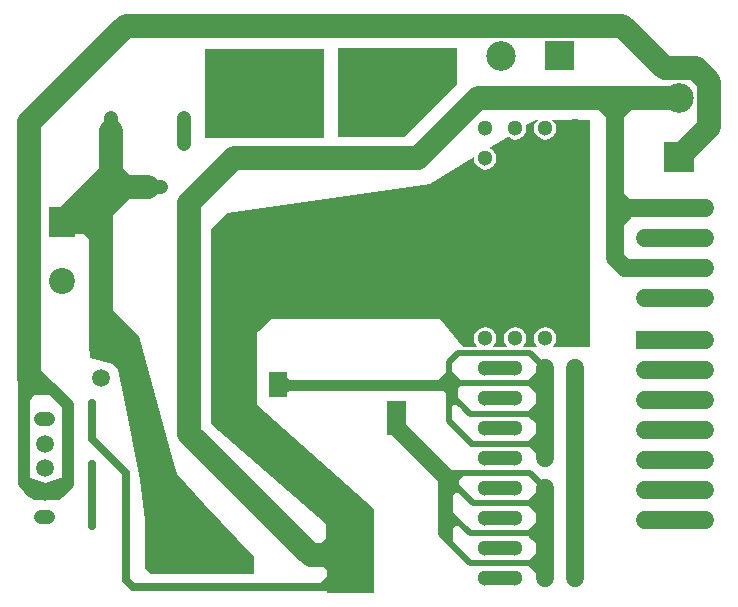
<source format=gbl>
G04 Layer: BottomLayer*
G04 EasyEDA v6.4.19.5, 2021-05-27T17:32:06+08:00*
G04 33a6c8c822a742f28e1fac3212fc467e,cef4b8211a074a3184fc3ad01c494734,10*
G04 Gerber Generator version 0.2*
G04 Scale: 100 percent, Rotated: No, Reflected: No *
G04 Dimensions in millimeters *
G04 leading zeros omitted , absolute positions ,4 integer and 5 decimal *
%FSLAX45Y45*%
%MOMM*%

%ADD11C,1.5000*%
%ADD12C,0.5000*%
%ADD13C,2.0000*%
%ADD14C,1.0000*%
%ADD15C,1.1999*%
%ADD16C,0.7000*%
%ADD28R,1.5200X1.5200*%
%ADD29C,1.5200*%
%ADD30R,2.5000X2.5000*%
%ADD31C,2.5000*%
%ADD32R,1.5000X1.5000*%
%ADD33R,2.2000X2.5000*%
%ADD34C,2.2000*%
%ADD35R,1.3000X1.3000*%
%ADD36C,1.3000*%

%LPD*%
G36*
X4380992Y-379476D02*
G01*
X4376420Y-377444D01*
X4368292Y-375412D01*
X4359656Y-374904D01*
X4293616Y-374904D01*
X4309364Y-359156D01*
X4323080Y-332740D01*
X4327652Y-303276D01*
X4323080Y-273812D01*
X4309364Y-247396D01*
X4288536Y-226567D01*
X4262120Y-212852D01*
X4232656Y-208279D01*
X4203192Y-212852D01*
X4176776Y-226567D01*
X4155948Y-247396D01*
X4142232Y-273812D01*
X4137660Y-303276D01*
X4142232Y-332740D01*
X4155948Y-359156D01*
X4171696Y-374904D01*
X4039615Y-374904D01*
X4055364Y-359156D01*
X4069079Y-332740D01*
X4073651Y-303276D01*
X4069079Y-273812D01*
X4055364Y-247396D01*
X4034536Y-226567D01*
X4008120Y-212852D01*
X3978656Y-208279D01*
X3949192Y-212852D01*
X3922776Y-226567D01*
X3901948Y-247396D01*
X3888232Y-273812D01*
X3883660Y-303276D01*
X3888232Y-332740D01*
X3901948Y-359156D01*
X3917696Y-374904D01*
X3791712Y-374904D01*
X3600196Y-140208D01*
X2304796Y-135128D01*
X2035048Y-135128D01*
X2035048Y154940D01*
X1785112Y160020D01*
X1785112Y399796D01*
X1790192Y759968D01*
X3509772Y999744D01*
X3885184Y1230376D01*
X3883660Y1220724D01*
X3888232Y1191260D01*
X3901948Y1164844D01*
X3922776Y1144016D01*
X3949192Y1130300D01*
X3978656Y1125728D01*
X4008120Y1130300D01*
X4034536Y1144016D01*
X4055364Y1164844D01*
X4069079Y1191260D01*
X4073651Y1220724D01*
X4069079Y1250188D01*
X4055364Y1276604D01*
X4034536Y1297432D01*
X4012692Y1308608D01*
X4169664Y1405128D01*
X4176776Y1398016D01*
X4203192Y1384300D01*
X4232656Y1379728D01*
X4262120Y1384300D01*
X4288536Y1398016D01*
X4309364Y1418844D01*
X4323080Y1445260D01*
X4327652Y1474724D01*
X4323588Y1500124D01*
X4404868Y1549908D01*
X4429252Y1549908D01*
X4409948Y1530604D01*
X4396232Y1504188D01*
X4391660Y1474724D01*
X4396232Y1445260D01*
X4409948Y1418844D01*
X4430776Y1398016D01*
X4457192Y1384300D01*
X4486656Y1379728D01*
X4516120Y1384300D01*
X4542536Y1398016D01*
X4563364Y1418844D01*
X4577080Y1445260D01*
X4581652Y1474724D01*
X4577080Y1504188D01*
X4563364Y1530604D01*
X4544060Y1549908D01*
X4870196Y1549908D01*
X4869688Y-374904D01*
X4544568Y-377952D01*
X4563364Y-359156D01*
X4577080Y-332740D01*
X4581652Y-303276D01*
X4577080Y-273812D01*
X4563364Y-247396D01*
X4542536Y-226567D01*
X4516120Y-212852D01*
X4486656Y-208279D01*
X4457192Y-212852D01*
X4430776Y-226567D01*
X4409948Y-247396D01*
X4396232Y-273812D01*
X4391660Y-303276D01*
X4396232Y-332740D01*
X4409948Y-359156D01*
X4429760Y-378968D01*
G37*

%LPD*%
G36*
X1364996Y-1705000D02*
G01*
X1364996Y-2299970D01*
X2020011Y-2299970D01*
X2020011Y-2150008D01*
X1599996Y-1705000D01*
G37*
G36*
X754989Y14985D02*
G01*
X635000Y-284988D01*
X635000Y-470001D01*
X864971Y-524967D01*
X919987Y-805027D01*
X1059992Y-1499971D01*
X1099972Y-1845005D01*
X1099972Y-2250033D01*
X1150010Y-2299970D01*
X1999996Y-2299970D01*
X1999996Y-2145030D01*
X1599996Y-1705000D01*
X1369974Y-1454962D01*
X1324965Y-1305001D01*
X1045006Y-284988D01*
X894994Y-140004D01*
G37*
G36*
X414985Y-1480007D02*
G01*
X249986Y-1525016D01*
X359968Y-1589989D01*
G37*
G36*
X105003Y-1474978D02*
G01*
X99974Y-1550009D01*
X144983Y-1589989D01*
X210007Y-1589989D01*
X249986Y-1525016D01*
G37*
G36*
X411988Y-1635506D02*
G01*
X115011Y-1640027D01*
X154990Y-1675028D01*
X372110Y-1675384D01*
G37*
G36*
X1799996Y759968D02*
G01*
X1655013Y620014D01*
X1659991Y-1029969D01*
X2634996Y-1874977D01*
X2639974Y-2454960D01*
X3040024Y-2454960D01*
X3040024Y-1745030D01*
X2049983Y-870000D01*
X2045004Y759968D01*
G37*
G36*
X2735072Y2154936D02*
G01*
X2735072Y1400048D01*
X3300018Y1399997D01*
X3739997Y1849983D01*
X3739896Y2154936D01*
G37*
D12*
X2180336Y-760221D02*
G01*
X2180336Y-724992D01*
X3634968Y-724992D01*
X3849979Y-940003D01*
X4481880Y-940003D01*
X4486909Y-934973D01*
D11*
X5336031Y-318007D02*
G01*
X5844031Y-318007D01*
X5336031Y-572007D02*
G01*
X5844031Y-572007D01*
X5336031Y-826007D02*
G01*
X5844031Y-826007D01*
X5336031Y-1080007D02*
G01*
X5844031Y-1080007D01*
X5336031Y-1334007D02*
G01*
X5844031Y-1334007D01*
X5336031Y-1588007D02*
G01*
X5844031Y-1588007D01*
X5336031Y-1842007D02*
G01*
X5844031Y-1842007D01*
X5336031Y800862D02*
G01*
X5844031Y800862D01*
X5336031Y546862D02*
G01*
X5844031Y546862D01*
X5336031Y292862D02*
G01*
X5844031Y292862D01*
X5336031Y38862D02*
G01*
X5844031Y38862D01*
X4740909Y1474978D02*
G01*
X4740909Y-303021D01*
X4740909Y-557021D02*
G01*
X4740909Y-2335021D01*
D13*
X810005Y1449831D02*
G01*
X810005Y1099997D01*
X930071Y979931D01*
X1120139Y979931D01*
X810005Y1054862D02*
G01*
X775207Y1054862D01*
X400050Y679704D01*
X1120139Y979931D02*
G01*
X700278Y979931D01*
X582676Y862329D01*
X729995Y-383031D02*
G01*
X729995Y1009650D01*
X775207Y1054862D01*
X400050Y679704D02*
G01*
X620268Y679704D01*
X729995Y569976D01*
X729995Y784860D02*
G01*
X925068Y979931D01*
X1120139Y979931D01*
D11*
X4486909Y-557021D02*
G01*
X4486909Y-1319021D01*
X4486909Y-1573021D02*
G01*
X4486909Y-2335021D01*
D12*
X2180336Y-690118D02*
G01*
X2185466Y-684987D01*
X4159986Y-684987D01*
X4486859Y-684987D01*
X4486909Y-685037D01*
X4350004Y-685037D02*
G01*
X4358893Y-685037D01*
X4486909Y-557021D01*
X4350004Y-685037D02*
G01*
X4360925Y-685037D01*
X4486909Y-811021D01*
X4350004Y-940054D02*
G01*
X4357877Y-940054D01*
X4486909Y-811021D01*
X4350004Y-940054D02*
G01*
X4361941Y-940054D01*
X4486909Y-1065021D01*
X3670300Y-760221D02*
G01*
X3670300Y-1005306D01*
X3854983Y-1189989D01*
X3859987Y-1194993D01*
X4099991Y-1194993D01*
X4481906Y-1194993D01*
X4486909Y-1189989D01*
X4344924Y-1195070D02*
G01*
X4356861Y-1195070D01*
X4486909Y-1065021D01*
X4350004Y-1195070D02*
G01*
X4362958Y-1195070D01*
X4486909Y-1319021D01*
X4486909Y-557021D02*
G01*
X4359884Y-429996D01*
X3744975Y-429996D01*
X3675125Y-499846D01*
X3675125Y-685037D01*
X3675125Y-605028D02*
G01*
X3595115Y-685037D01*
X3539997Y-685037D01*
X3675125Y-599947D02*
G01*
X3760215Y-685037D01*
X3865118Y-685037D01*
X3670300Y-839978D02*
G01*
X3749802Y-839978D01*
X3774947Y-865123D01*
X3674694Y-865073D02*
G01*
X3704691Y-834847D01*
X3670300Y-760221D02*
G01*
X3670300Y-659892D01*
X3675125Y-655065D01*
X3760215Y-685037D02*
G01*
X3745484Y-685037D01*
X3670300Y-760221D01*
X3760215Y-685037D02*
G01*
X3724986Y-720267D01*
X3724986Y-829995D01*
X2355087Y-724915D02*
G01*
X2250439Y-620268D01*
X2250186Y-620268D01*
X3260090Y-1085087D02*
G01*
X3290087Y-1055090D01*
X3680002Y-1445005D01*
X4358893Y-1445005D01*
X4486909Y-1573021D01*
X3260090Y-1085087D02*
G01*
X3874998Y-1699996D01*
X3954983Y-1699996D01*
X4486884Y-1699996D01*
X4486909Y-1700021D01*
X4370070Y-1700021D02*
G01*
X4370070Y-1689862D01*
X4486909Y-1573021D01*
X4359909Y-1700021D02*
G01*
X4486909Y-1827021D01*
X3189986Y-1085087D02*
G01*
X3650005Y-1545107D01*
X3650005Y-1729994D01*
X3650005Y-1755012D01*
X3849979Y-1954987D01*
X4486859Y-1954987D01*
X4486909Y-1955037D01*
X4359909Y-1955037D02*
G01*
X4359909Y-1954021D01*
X4486909Y-1827021D01*
X4370070Y-1955037D02*
G01*
X4370070Y-1964181D01*
X4486909Y-2081021D01*
X3605022Y-1500123D02*
G01*
X3605022Y-1960041D01*
X3849979Y-2204999D01*
X4486909Y-2204999D01*
X4355084Y-2204973D02*
G01*
X4362958Y-2204973D01*
X4486909Y-2081021D01*
X4355084Y-2204973D02*
G01*
X4356861Y-2204973D01*
X4486909Y-2335021D01*
X3679952Y-1445005D02*
G01*
X3679952Y-2034794D01*
X3690111Y-2044954D01*
X3762502Y-1867407D02*
G01*
X3627627Y-1867407D01*
X3605022Y-1890013D01*
X3729990Y-1445005D02*
G01*
X3729990Y-1554987D01*
X3752595Y-1577594D01*
X3762502Y-1587500D02*
G01*
X3712463Y-1587500D01*
X3679952Y-1620012D01*
X3795013Y-1445005D02*
G01*
X3780027Y-1445005D01*
X3700018Y-1525015D01*
X3737559Y-1842439D02*
G01*
X3669995Y-1910003D01*
D15*
X3978909Y-557021D02*
G01*
X4232909Y-557021D01*
X3978909Y-811021D02*
G01*
X4232909Y-811021D01*
X3978909Y-1065021D02*
G01*
X4232909Y-1065021D01*
X3978909Y-1319021D02*
G01*
X4232909Y-1319021D01*
X3978909Y-1573021D02*
G01*
X4232909Y-1573021D01*
X3978909Y-1827021D02*
G01*
X4232909Y-1827021D01*
X3978909Y-2081021D02*
G01*
X4232909Y-2081021D01*
X3978909Y-2335021D02*
G01*
X4232909Y-2335021D01*
X2034844Y-189992D02*
G01*
X2134666Y-89915D01*
D12*
X2355087Y-724915D02*
G01*
X2315210Y-724915D01*
X2250186Y-760221D01*
X2250186Y-760221D01*
D14*
X249936Y-1599945D02*
G01*
X139954Y-1599945D01*
X70002Y-1529994D01*
X70002Y-640003D01*
X119887Y-640079D01*
X249936Y-1599945D02*
G01*
X379984Y-1599945D01*
X445007Y-1534921D01*
X445007Y-869950D01*
X119989Y-544220D01*
X70104Y-810005D02*
G01*
X145287Y-734821D01*
X310134Y-734821D01*
D16*
X649986Y-1890013D02*
G01*
X649986Y-1369821D01*
X649986Y-850392D02*
G01*
X649986Y-919987D01*
X649986Y-919987D02*
G01*
X649986Y-1154988D01*
X934973Y-1439976D01*
X934973Y-1890013D01*
X934973Y-1890013D02*
G01*
X934973Y-2344978D01*
X995121Y-2405126D01*
X2765043Y-2405126D01*
X2599943Y-2405126D02*
G01*
X2675127Y-2329942D01*
X2690113Y-2329942D01*
D13*
X5620004Y1729994D02*
G01*
X3919727Y1729994D01*
X3409950Y1219962D01*
X1854962Y1219962D01*
X1474978Y839978D01*
X1474978Y-1115060D01*
X2499868Y-2139950D01*
X2839974Y-2139950D01*
X2839974Y-2104897D01*
X2549906Y-2139950D02*
G01*
X2649981Y-2139950D01*
X2839974Y-2329942D01*
X2569972Y-2139950D02*
G01*
X2630043Y-2139950D01*
X2827477Y-1942541D01*
X2839974Y-1955037D01*
D11*
X5336031Y800100D02*
G01*
X5167629Y800100D01*
X5074920Y894079D01*
X5074920Y1719834D01*
X5085079Y1729739D01*
X5074920Y1540002D02*
G01*
X5074920Y1595120D01*
X4940045Y1729994D01*
X5074920Y1560068D02*
G01*
X5074920Y1599945D01*
X5204968Y1729994D01*
X5074920Y1061973D02*
G01*
X5074920Y380060D01*
X5162118Y292862D01*
X5336031Y292862D01*
X5336031Y800862D02*
G01*
X5100827Y800862D01*
X5074920Y774954D01*
X5336031Y800862D02*
G01*
X5190743Y800862D01*
X5074920Y685037D01*
D12*
X729995Y-383031D02*
G01*
X1024991Y-678027D01*
X1024991Y-834999D01*
X1129995Y-940003D01*
X1129995Y-1380007D01*
X1450339Y-1700352D01*
X1450339Y-1885187D01*
D13*
X5620004Y1229360D02*
G01*
X5874994Y1485849D01*
X5874994Y1869871D01*
X5760110Y1985010D01*
X5500115Y1985010D01*
X5139943Y2344928D01*
X935228Y2344928D01*
X119887Y1529079D01*
X119887Y-640079D01*
G36*
X3614927Y-1754886D02*
G01*
X3664965Y-1754886D01*
X3664965Y-1989836D01*
X3614927Y-1989836D01*
G37*
G36*
X2145029Y-584962D02*
G01*
X2299969Y-584962D01*
X2299969Y-800100D01*
X2145029Y-800100D01*
G37*
G36*
X3150108Y-834897D02*
G01*
X3305048Y-834897D01*
X3305048Y-1124965D01*
X3150108Y-1124965D01*
G37*
G36*
X1605026Y2149855D02*
G01*
X2614929Y2149855D01*
X2614929Y1394968D01*
X1605026Y1394968D01*
G37*
D28*
G01*
X5336031Y-318007D03*
D29*
G01*
X5590031Y-318007D03*
G01*
X5844031Y-318007D03*
G01*
X5336031Y-572007D03*
G01*
X5590031Y-572007D03*
G01*
X5844031Y-572007D03*
G01*
X5336031Y-826007D03*
G01*
X5590031Y-826007D03*
G01*
X5844031Y-826007D03*
G01*
X5336031Y-1080007D03*
G01*
X5590031Y-1080007D03*
G01*
X5844031Y-1080007D03*
G01*
X5336031Y-1334007D03*
G01*
X5590031Y-1334007D03*
G01*
X5844031Y-1334007D03*
G01*
X5336031Y-1588007D03*
G01*
X5590031Y-1588007D03*
G01*
X5844031Y-1588007D03*
G01*
X5336031Y-1842007D03*
G01*
X5590031Y-1842007D03*
G01*
X5844031Y-1842007D03*
D28*
G01*
X5336031Y800862D03*
D29*
G01*
X5590031Y800862D03*
G01*
X5844031Y800862D03*
G01*
X5336031Y546862D03*
G01*
X5590031Y546862D03*
G01*
X5844031Y546862D03*
G01*
X5336031Y292862D03*
G01*
X5590031Y292862D03*
G01*
X5844031Y292862D03*
G01*
X5336031Y38862D03*
G01*
X5590031Y38862D03*
G01*
X5844031Y38862D03*
G36*
X4484903Y2214905D02*
G01*
X4734890Y2214905D01*
X4734890Y1964918D01*
X4484903Y1964918D01*
G37*
D31*
G01*
X4109974Y2089912D03*
D30*
G01*
X5620004Y1230071D03*
D31*
G01*
X5620004Y1729994D03*
D32*
G01*
X729995Y-383031D03*
D11*
G01*
X729995Y-637031D03*
D33*
G01*
X400050Y679704D03*
D34*
G01*
X400050Y179831D03*
D35*
G01*
X4740909Y1474978D03*
D36*
G01*
X4486909Y1474978D03*
G01*
X4232909Y1474978D03*
G01*
X3978909Y1474978D03*
G01*
X4740909Y1220978D03*
G01*
X4486909Y1220978D03*
G01*
X4232909Y1220978D03*
G01*
X3978909Y1220978D03*
G01*
X4740909Y966978D03*
G01*
X4486909Y966978D03*
G01*
X4232909Y966978D03*
G01*
X3978909Y966978D03*
G01*
X4740909Y712978D03*
G01*
X4486909Y712978D03*
G01*
X4232909Y712978D03*
G01*
X3978909Y712978D03*
G01*
X4740909Y458978D03*
G01*
X4486909Y458978D03*
G01*
X4232909Y458978D03*
G01*
X3978909Y458978D03*
G01*
X4232909Y-811021D03*
G01*
X4486909Y-811021D03*
G01*
X4740909Y-811021D03*
G01*
X3978909Y-557021D03*
G01*
X4232909Y-557021D03*
G01*
X4486909Y-557021D03*
G01*
X4740909Y-557021D03*
G01*
X3978909Y-303021D03*
G01*
X4232909Y-303021D03*
G01*
X4486909Y-303021D03*
G01*
X4740909Y-303021D03*
G01*
X3978909Y-49021D03*
G01*
X4232909Y-49021D03*
G01*
X4486909Y-49021D03*
G01*
X4740909Y-49021D03*
G01*
X3978909Y204978D03*
G01*
X4232909Y204978D03*
G01*
X4486909Y204978D03*
G01*
X4740909Y204978D03*
G01*
X3978909Y-811021D03*
G01*
X4740909Y-1065021D03*
G01*
X4486909Y-1065021D03*
G01*
X4232909Y-1065021D03*
G01*
X3978909Y-1065021D03*
G01*
X4740909Y-1319021D03*
G01*
X4486909Y-1319021D03*
G01*
X4232909Y-1319021D03*
G01*
X3978909Y-1319021D03*
G01*
X4740909Y-1573021D03*
G01*
X4486909Y-1573021D03*
G01*
X4232909Y-1573021D03*
G01*
X3978909Y-1573021D03*
G01*
X4740909Y-1827021D03*
G01*
X4486909Y-1827021D03*
G01*
X4232909Y-1827021D03*
G01*
X3978909Y-1827021D03*
G01*
X4740909Y-2081021D03*
G01*
X4486909Y-2081021D03*
G01*
X4232909Y-2081021D03*
G01*
X3978909Y-2081021D03*
G01*
X4740909Y-2335021D03*
G01*
X4486909Y-2335021D03*
G01*
X4232909Y-2335021D03*
G01*
X3978909Y-2335021D03*
D11*
G01*
X249936Y-1200150D03*
G01*
X249936Y-1400047D03*
G01*
X249936Y-1599945D03*
D16*
G01*
X3260090Y-875284D03*
G01*
X3260090Y-945134D03*
G01*
X3260090Y-1015237D03*
G01*
X3260090Y-1085087D03*
G01*
X3189986Y-1085087D03*
G01*
X3189986Y-1014984D03*
G01*
X3189986Y-945134D03*
G01*
X3189986Y-875029D03*
G01*
X2250186Y-620268D03*
G01*
X2250186Y-690118D03*
G01*
X2250186Y-760221D03*
G01*
X2180336Y-760221D03*
G01*
X2180336Y-690118D03*
G01*
X2180336Y-620268D03*
G01*
X2614929Y715010D03*
G01*
X2544572Y715263D03*
G01*
X2754884Y-55118D03*
G01*
X2754884Y20065D03*
G01*
X2754884Y94995D03*
G01*
X2754884Y169926D03*
G01*
X2754884Y245110D03*
G01*
X2754884Y320039D03*
G01*
X2679954Y-55118D03*
G01*
X2605024Y-55118D03*
G01*
X2679954Y20065D03*
G01*
X2605024Y20065D03*
G01*
X2679954Y94995D03*
G01*
X2605024Y94995D03*
G01*
X2679954Y169926D03*
G01*
X2605024Y169926D03*
G01*
X2679954Y245110D03*
G01*
X2605024Y245110D03*
G01*
X2530093Y245110D03*
G01*
X2454909Y245110D03*
G01*
X2379979Y245110D03*
G01*
X2305050Y245110D03*
G01*
X2230120Y245110D03*
G01*
X2154936Y245110D03*
G01*
X2080005Y245110D03*
G01*
X1830323Y694944D03*
G01*
X1830070Y620013D03*
G01*
X1830070Y545084D03*
G01*
X1830070Y469900D03*
G01*
X1830070Y394970D03*
G01*
X1830070Y320039D03*
G01*
X1830070Y245110D03*
G01*
X2679954Y320039D03*
G01*
X3094990Y-55118D03*
G01*
X3169920Y-55118D03*
G01*
X3245104Y-55118D03*
G01*
X3094990Y20065D03*
G01*
X3169920Y20065D03*
G01*
X3245104Y20065D03*
G01*
X3095243Y264921D03*
G01*
X3095243Y339852D03*
G01*
X3170174Y339852D03*
G01*
X3170174Y414781D03*
G01*
X3095243Y414781D03*
G01*
X3095243Y489712D03*
G01*
X3170174Y489712D03*
G01*
X3095243Y564895D03*
G01*
X3095243Y639826D03*
G01*
X3095243Y714755D03*
G01*
X3020313Y714755D03*
G01*
X3020313Y639826D03*
G01*
X2945129Y714755D03*
G01*
X2690113Y-1880107D03*
G01*
X2690113Y-1955037D03*
G01*
X2690113Y-2029968D03*
G01*
X2690113Y-2104897D03*
G01*
X2690113Y-2180081D03*
G01*
X2690113Y-2255012D03*
G01*
X2690113Y-2329942D03*
G01*
X2690113Y-2405126D03*
G01*
X2765043Y-2405126D03*
G01*
X2839974Y-2405126D03*
G01*
X2914904Y-2405126D03*
G01*
X2990088Y-2405126D03*
G01*
X2990088Y-2329942D03*
G01*
X2914904Y-2329942D03*
G01*
X2839974Y-2329942D03*
G01*
X2765043Y-2329942D03*
G01*
X2765043Y-2255012D03*
G01*
X2839974Y-2255012D03*
G01*
X2914904Y-2255012D03*
G01*
X2990088Y-2255012D03*
G01*
X2990088Y-2180081D03*
G01*
X2914904Y-2180081D03*
G01*
X2839974Y-2180081D03*
G01*
X2765043Y-2180081D03*
G01*
X2765043Y-2104897D03*
G01*
X2839974Y-2104897D03*
G01*
X2914904Y-2104897D03*
G01*
X2990088Y-2104897D03*
G01*
X2990088Y-2029968D03*
G01*
X2914904Y-2029968D03*
G01*
X2839974Y-2029968D03*
G01*
X2765043Y-2029968D03*
G01*
X2765043Y-1955037D03*
G01*
X2839974Y-1955037D03*
G01*
X2914904Y-1955037D03*
G01*
X2990088Y-1955037D03*
G01*
X2765043Y-1880107D03*
G01*
X2839974Y-1880107D03*
G01*
X2914904Y-1880107D03*
G01*
X2990088Y-1880107D03*
G01*
X649986Y-850392D03*
G01*
X649986Y-919987D03*
G01*
X649986Y-1369821D03*
G01*
X649986Y-1890013D03*
G01*
X934973Y-1830070D03*
G01*
X934973Y-1890013D03*
G01*
X1450339Y-1810257D03*
G01*
X1525270Y-1810257D03*
G01*
X1450339Y-1885187D03*
G01*
X1450339Y-1960118D03*
G01*
X1450339Y-2035047D03*
G01*
X1450339Y-2110231D03*
G01*
X1450339Y-2185162D03*
G01*
X1525015Y-1884934D03*
G01*
X1525015Y-1960118D03*
G01*
X1525015Y-2035047D03*
G01*
X1525015Y-2109978D03*
G01*
X1525015Y-2184907D03*
G01*
X1599945Y-2184907D03*
G01*
X1675129Y-2184907D03*
G01*
X1750060Y-2184907D03*
G01*
X1824989Y-2184907D03*
G01*
X1899920Y-2184907D03*
G01*
X1599945Y-2109978D03*
G01*
X1675129Y-2109978D03*
G01*
X1750060Y-2109978D03*
G01*
X1824989Y-2109978D03*
G01*
X1599945Y-2035047D03*
G01*
X1675129Y-2035047D03*
G01*
X1750060Y-2035047D03*
G01*
X1599945Y-1960118D03*
G01*
X1675129Y-1960118D03*
G01*
X1599945Y-1884934D03*
G01*
X1714245Y2054860D03*
G01*
X1794255Y2054605D03*
G01*
X1874012Y2054605D03*
G01*
X1954021Y2054860D03*
G01*
X2035047Y2054860D03*
G01*
X2114804Y2054860D03*
G01*
X2194813Y2054860D03*
G01*
X2274823Y2054860D03*
G01*
X2354834Y2054860D03*
G01*
X2434844Y2054860D03*
G01*
X2514600Y2054605D03*
G01*
X1713737Y1975104D03*
G01*
X1793747Y1974850D03*
G01*
X1873504Y1974850D03*
G01*
X1953513Y1974850D03*
G01*
X2034794Y1975104D03*
G01*
X2114550Y1975104D03*
G01*
X2194560Y1975104D03*
G01*
X2274570Y1975104D03*
G01*
X2354579Y1975104D03*
G01*
X2434336Y1974850D03*
G01*
X2514091Y1974850D03*
G01*
X1713992Y1894839D03*
G01*
X1793747Y1894839D03*
G01*
X1873757Y1894839D03*
G01*
X1953513Y1894839D03*
G01*
X2034794Y1894839D03*
G01*
X2114550Y1894839D03*
G01*
X2194560Y1894839D03*
G01*
X2274570Y1894839D03*
G01*
X2354579Y1894839D03*
G01*
X2434336Y1894839D03*
G01*
X2514345Y1894839D03*
G01*
X1713737Y1814829D03*
G01*
X1793747Y1814576D03*
G01*
X1873504Y1814576D03*
G01*
X1953513Y1814829D03*
G01*
X2034539Y1814829D03*
G01*
X2114295Y1814829D03*
G01*
X2194305Y1814829D03*
G01*
X2274315Y1814829D03*
G01*
X2354326Y1814829D03*
G01*
X2434336Y1814829D03*
G01*
X2514091Y1814576D03*
G01*
X1713737Y1734820D03*
G01*
X1793747Y1734565D03*
G01*
X1873504Y1734565D03*
G01*
X1953513Y1734820D03*
G01*
X2034794Y1734820D03*
G01*
X2114550Y1734820D03*
G01*
X2194560Y1734820D03*
G01*
X2274315Y1734820D03*
G01*
X2354326Y1734820D03*
G01*
X2434336Y1734820D03*
G01*
X2514091Y1734565D03*
G01*
X1713737Y1655063D03*
G01*
X1793747Y1654810D03*
G01*
X1873504Y1654810D03*
G01*
X1953513Y1654810D03*
G01*
X2034539Y1655063D03*
G01*
X2114295Y1655063D03*
G01*
X2194305Y1655063D03*
G01*
X2274315Y1655063D03*
G01*
X2354326Y1655063D03*
G01*
X2434336Y1654810D03*
G01*
X2514091Y1654810D03*
G01*
X1713737Y1574800D03*
G01*
X1793747Y1574545D03*
G01*
X1873504Y1574545D03*
G01*
X1953513Y1574800D03*
G01*
X2034794Y1574800D03*
G01*
X2114550Y1574800D03*
G01*
X2194560Y1574800D03*
G01*
X2274315Y1574800D03*
G01*
X2354326Y1574800D03*
G01*
X2434336Y1574800D03*
G01*
X2514091Y1574545D03*
G01*
X1713737Y1494789D03*
G01*
X1793747Y1494789D03*
G01*
X1873504Y1494789D03*
G01*
X1953513Y1494789D03*
G01*
X2034539Y1494789D03*
G01*
X2114295Y1494789D03*
G01*
X2194305Y1494789D03*
G01*
X2274315Y1494789D03*
G01*
X2354326Y1494789D03*
G01*
X2434336Y1494789D03*
G01*
X2514091Y1494789D03*
G01*
X2841497Y2060955D03*
G01*
X2921254Y2060702D03*
G01*
X3001263Y2060702D03*
G01*
X3081020Y2060955D03*
G01*
X3162300Y2060955D03*
G01*
X3242056Y2060955D03*
G01*
X3322065Y2060955D03*
G01*
X3402075Y2060955D03*
G01*
X3482086Y2060955D03*
G01*
X3561841Y2060955D03*
G01*
X3641852Y2060702D03*
G01*
X2840990Y1981200D03*
G01*
X2921000Y1980945D03*
G01*
X3000756Y1980945D03*
G01*
X3080765Y1980945D03*
G01*
X3161791Y1981200D03*
G01*
X3241547Y1981200D03*
G01*
X3321558Y1981200D03*
G01*
X3401568Y1981200D03*
G01*
X3481577Y1981200D03*
G01*
X3561588Y1980945D03*
G01*
X3641343Y1980945D03*
G01*
X2840990Y1900936D03*
G01*
X2921000Y1900936D03*
G01*
X3000756Y1900936D03*
G01*
X3080765Y1900936D03*
G01*
X3162045Y1900936D03*
G01*
X3241802Y1900936D03*
G01*
X3321558Y1900936D03*
G01*
X3401568Y1900936D03*
G01*
X3481577Y1900936D03*
G01*
X3561588Y1900936D03*
G01*
X3641343Y1900936D03*
G01*
X2840990Y1820926D03*
G01*
X2920745Y1820671D03*
G01*
X3000756Y1820671D03*
G01*
X3080511Y1820926D03*
G01*
X3161791Y1820926D03*
G01*
X3241547Y1820926D03*
G01*
X3321558Y1820926D03*
G01*
X3401568Y1820926D03*
G01*
X3481577Y1820926D03*
G01*
X3561334Y1820926D03*
G01*
X2840990Y1740915D03*
G01*
X2921000Y1740662D03*
G01*
X3000756Y1740662D03*
G01*
X3080765Y1740915D03*
G01*
X3161791Y1740915D03*
G01*
X3241547Y1740915D03*
G01*
X3321558Y1740915D03*
G01*
X3401568Y1740915D03*
G01*
X3481577Y1740915D03*
G01*
X2840990Y1661160D03*
G01*
X2920745Y1660905D03*
G01*
X3000756Y1660905D03*
G01*
X3080511Y1660905D03*
G01*
X3161791Y1661160D03*
G01*
X3241547Y1661160D03*
G01*
X3321558Y1661160D03*
G01*
X3401568Y1661160D03*
G01*
X2840990Y1580895D03*
G01*
X2921000Y1580642D03*
G01*
X3000756Y1580642D03*
G01*
X3080765Y1580642D03*
G01*
X3161791Y1580895D03*
G01*
X3241547Y1580895D03*
G01*
X3321558Y1580895D03*
G01*
X2840990Y1500886D03*
G01*
X2920745Y1500886D03*
G01*
X3000756Y1500886D03*
G01*
X3080511Y1500886D03*
G01*
X3161791Y1500886D03*
G01*
X3241547Y1500886D03*
D15*
X279941Y-1815084D02*
G01*
X219930Y-1815084D01*
X279941Y-985012D02*
G01*
X219930Y-985012D01*
X1430020Y1559836D02*
G01*
X1430020Y1339827D01*
X810005Y1559836D02*
G01*
X810005Y1339827D01*
X1010135Y979931D02*
G01*
X1230144Y979931D01*
M02*

</source>
